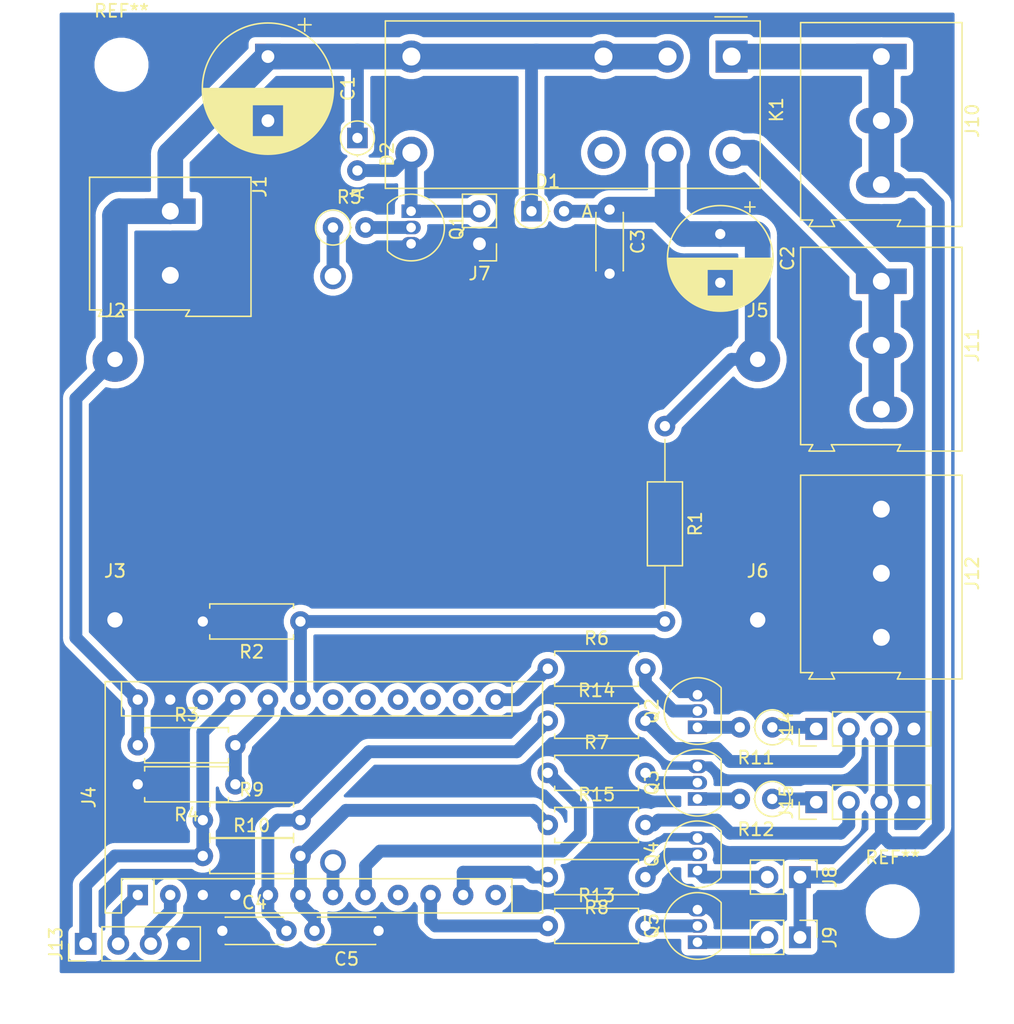
<source format=kicad_pcb>
(kicad_pcb (version 20171130) (host pcbnew "(5.1.2)-1")
  (layers (0 F.Cu signal) (31 B.Cu signal) (34 B.Paste user) (35 F.Paste user) (36 B.SilkS user) (37 F.SilkS user) (38 B.Mask user) (39 F.Mask user) (44 Edge.Cuts user))
  (net 0 "")
  (net 1 "Net-(K1-Pad6)")
  (net 2 +12V)
  (net 3 VCC)
  (net 4 +5V)
  (net 5 GND)
  (net 6 "Net-(Q1-Pad2)")
  (net 7 VDD)
  (net 8 Spg_ok)
  (net 9 Fan_RPM_A)
  (net 10 Fan_RPM_B)
  (net 11 "Net-(D2-Pad2)")
  (net 12 TXD)
  (net 13 RXD)
  (net 14 Fan_Cntrl_B)
  (net 15 "Net-(J4-Pad16)")
  (net 16 "Net-(J4-Pad14)")
  (net 17 "Net-(J4-Pad15)")
  (net 18 12v_ref)
  (net 19 Fan_Cntrl_A)
  (net 20 5v_ref)
  (net 21 "Net-(J4-Pad6)")
  (net 22 AUX1)
  (net 23 AUX2)
  (net 24 "Net-(J4-Pad9)")
  (net 25 "Net-(J4-PadRST)")
  (net 26 "Net-(J8-Pad2)")
  (net 27 "Net-(J9-Pad2)")
  (net 28 "Net-(J14-Pad1)")
  (net 29 "Net-(J15-Pad1)")
  (net 30 "Net-(Q2-Pad1)")
  (net 31 "Net-(Q2-Pad2)")
  (net 32 "Net-(Q3-Pad2)")
  (net 33 "Net-(Q3-Pad1)")
  (net 34 "Net-(Q4-Pad2)")
  (net 35 "Net-(Q5-Pad2)")
  (net 36 +5VD)
  (net 37 "Net-(J4-PadA0)")
  (net 38 "Net-(J4-PadA1)")
  (net 39 "Net-(J14-Pad2)")
  (net 40 "Net-(J15-Pad2)")
  (module Connector_PinHeader_2.54mm:PinHeader_1x04_P2.54mm_Vertical (layer F.Cu) (at 17.907 86.614 90)
    (fp_text reference J13 (at 0 -2.33 90) (layer F.SilkS))
    (fp_text value Conn_01x04)
    (pad 4 thru_hole oval (at 0 7.62 90) (size 1.7 1.7) (drill 1) (layers *.Cu *.Mask) (net 5 GND))
    (pad 3 thru_hole oval (at 0 5.08 90) (size 1.7 1.7) (drill 1) (layers *.Cu *.Mask) (net 13 RXD))
    (pad 2 thru_hole oval (at 0 2.54 90) (size 1.7 1.7) (drill 1) (layers *.Cu *.Mask) (net 12 TXD))
    (pad 1 thru_hole rect (at 0 0 90) (size 1.7 1.7) (drill 1) (layers *.Cu *.Mask) (net 36 +5VD))
  )
  (module MountingHole:MountingHole_3.2mm_M3 (layer F.Cu) (at 80.899 84.074)
    (fp_text reference REF** (at 0 -4.2) (layer F.SilkS))
    (fp_text value MountingHole_3.2mm_M3)
    (pad 1 np_thru_hole circle (at 0 0) (size 3.2 3.2) (drill 3.2) (layers *.Cu *.Mask))
  )
  (module MountingHole:MountingHole_3.2mm_M3 (layer F.Cu) (at 20.701 18.034)
    (fp_text reference REF** (at 0 -4.2) (layer F.SilkS))
    (fp_text value MountingHole_3.2mm_M3)
    (pad 1 np_thru_hole circle (at 0 0) (size 3.2 3.2) (drill 3.2) (layers *.Cu *.Mask))
  )
  (module Resistor_THT:R_Axial_DIN0207_L6.3mm_D2.5mm_P7.62mm_Horizontal (layer F.Cu) (at 53.975 77.343)
    (fp_text reference R15 (at 3.81 -2.37) (layer F.SilkS))
    (fp_text value 0)
    (pad 2 thru_hole oval (at 7.62 0) (size 1.6 1.6) (drill 0.8) (layers *.Cu *.Mask) (net 40 "Net-(J15-Pad2)"))
    (pad 1 thru_hole circle (at 0 0) (size 1.6 1.6) (drill 0.8) (layers *.Cu *.Mask) (net 10 Fan_RPM_B))
  )
  (module Resistor_THT:R_Axial_DIN0207_L6.3mm_D2.5mm_P7.62mm_Horizontal (layer F.Cu) (at 53.975 69.215)
    (fp_text reference R14 (at 3.81 -2.37) (layer F.SilkS))
    (fp_text value 0)
    (pad 2 thru_hole oval (at 7.62 0) (size 1.6 1.6) (drill 0.8) (layers *.Cu *.Mask) (net 39 "Net-(J14-Pad2)"))
    (pad 1 thru_hole circle (at 0 0) (size 1.6 1.6) (drill 0.8) (layers *.Cu *.Mask) (net 9 Fan_RPM_A))
  )
  (module Resistor_THT:R_Axial_DIN0207_L6.3mm_D2.5mm_P7.62mm_Horizontal (layer F.Cu) (at 53.975 73.279)
    (fp_text reference R7 (at 3.81 -2.37) (layer F.SilkS))
    (fp_text value 1k)
    (pad 2 thru_hole oval (at 7.62 0) (size 1.6 1.6) (drill 0.8) (layers *.Cu *.Mask) (net 32 "Net-(Q3-Pad2)"))
    (pad 1 thru_hole circle (at 0 0) (size 1.6 1.6) (drill 0.8) (layers *.Cu *.Mask) (net 14 Fan_Cntrl_B))
  )
  (module Resistor_THT:R_Axial_DIN0207_L6.3mm_D2.5mm_P2.54mm_Vertical (layer F.Cu) (at 71.501 75.311 180)
    (fp_text reference R12 (at 1.27 -2.37) (layer F.SilkS))
    (fp_text value 100)
    (pad 2 thru_hole oval (at 2.54 0 180) (size 1.6 1.6) (drill 0.8) (layers *.Cu *.Mask) (net 33 "Net-(Q3-Pad1)"))
    (pad 1 thru_hole circle (at 0 0 180) (size 1.6 1.6) (drill 0.8) (layers *.Cu *.Mask) (net 29 "Net-(J15-Pad1)"))
  )
  (module Package_TO_SOT_THT:TO-92_Inline (layer F.Cu) (at 65.659 80.899 90)
    (fp_text reference Q4 (at 1.27 -3.56 90) (layer F.SilkS))
    (fp_text value BC337)
    (pad 1 thru_hole rect (at 0 0 90) (size 1.05 1.5) (drill 0.75) (layers *.Cu *.Mask) (net 26 "Net-(J8-Pad2)"))
    (pad 3 thru_hole oval (at 2.54 0 90) (size 1.05 1.5) (drill 0.75) (layers *.Cu *.Mask) (net 5 GND))
    (pad 2 thru_hole oval (at 1.27 0 90) (size 1.05 1.5) (drill 0.75) (layers *.Cu *.Mask) (net 34 "Net-(Q4-Pad2)"))
  )
  (module Resistor_THT:R_Axial_DIN0207_L6.3mm_D2.5mm_P7.62mm_Horizontal (layer F.Cu) (at 27.051 79.756)
    (fp_text reference R10 (at 3.81 -2.37) (layer F.SilkS))
    (fp_text value 100)
    (pad 2 thru_hole oval (at 7.62 0) (size 1.6 1.6) (drill 0.8) (layers *.Cu *.Mask) (net 10 Fan_RPM_B))
    (pad 1 thru_hole circle (at 0 0) (size 1.6 1.6) (drill 0.8) (layers *.Cu *.Mask) (net 36 +5VD))
  )
  (module Resistor_THT:R_Axial_DIN0207_L6.3mm_D2.5mm_P7.62mm_Horizontal (layer F.Cu) (at 27.051 76.962)
    (fp_text reference R9 (at 3.81 -2.37) (layer F.SilkS))
    (fp_text value 100)
    (pad 2 thru_hole oval (at 7.62 0) (size 1.6 1.6) (drill 0.8) (layers *.Cu *.Mask) (net 9 Fan_RPM_A))
    (pad 1 thru_hole circle (at 0 0) (size 1.6 1.6) (drill 0.8) (layers *.Cu *.Mask) (net 36 +5VD))
  )
  (module Diode_THT:D_DO-35_SOD27_P2.54mm_Vertical_AnodeUp (layer F.Cu) (at 52.705 29.464)
    (fp_text reference D1 (at 1.27 -2.326371) (layer F.SilkS))
    (fp_text value 1N4007)
    (fp_text user A (at 4.34 0) (layer F.SilkS))
    (pad 2 thru_hole oval (at 2.54 0) (size 1.6 1.6) (drill 0.8) (layers *.Cu *.Mask) (net 7 VDD))
    (pad 1 thru_hole rect (at 0 0) (size 1.6 1.6) (drill 0.8) (layers *.Cu *.Mask) (net 3 VCC))
  )
  (module Resistor_THT:R_Axial_DIN0207_L6.3mm_D2.5mm_P15.24mm_Horizontal (layer F.Cu) (at 63.119 46.228 270)
    (fp_text reference R1 (at 7.62 -2.37 90) (layer F.SilkS))
    (fp_text value 22k)
    (pad 2 thru_hole oval (at 15.24 0 270) (size 1.6 1.6) (drill 0.8) (layers *.Cu *.Mask) (net 20 5v_ref))
    (pad 1 thru_hole circle (at 0 0 270) (size 1.6 1.6) (drill 0.8) (layers *.Cu *.Mask) (net 7 VDD))
  )
  (module Resistor_THT:R_Axial_DIN0207_L6.3mm_D2.5mm_P7.62mm_Horizontal (layer F.Cu) (at 34.671 61.468 180)
    (fp_text reference R2 (at 3.81 -2.37) (layer F.SilkS))
    (fp_text value 22k)
    (pad 2 thru_hole oval (at 7.62 0 180) (size 1.6 1.6) (drill 0.8) (layers *.Cu *.Mask) (net 5 GND))
    (pad 1 thru_hole circle (at 0 0 180) (size 1.6 1.6) (drill 0.8) (layers *.Cu *.Mask) (net 20 5v_ref))
  )
  (module Resistor_THT:R_Axial_DIN0207_L6.3mm_D2.5mm_P7.62mm_Horizontal (layer F.Cu) (at 29.591 74.168 180)
    (fp_text reference R4 (at 3.81 -2.37) (layer F.SilkS))
    (fp_text value 27k)
    (pad 2 thru_hole oval (at 7.62 0 180) (size 1.6 1.6) (drill 0.8) (layers *.Cu *.Mask) (net 5 GND))
    (pad 1 thru_hole circle (at 0 0 180) (size 1.6 1.6) (drill 0.8) (layers *.Cu *.Mask) (net 18 12v_ref))
  )
  (module Resistor_THT:R_Axial_DIN0207_L6.3mm_D2.5mm_P7.62mm_Horizontal (layer F.Cu) (at 21.971 71.12)
    (fp_text reference R3 (at 3.81 -2.37) (layer F.SilkS))
    (fp_text value 100k)
    (pad 2 thru_hole oval (at 7.62 0) (size 1.6 1.6) (drill 0.8) (layers *.Cu *.Mask) (net 18 12v_ref))
    (pad 1 thru_hole circle (at 0 0) (size 1.6 1.6) (drill 0.8) (layers *.Cu *.Mask) (net 3 VCC))
  )
  (module Resistor_THT:R_Axial_DIN0207_L6.3mm_D2.5mm_P7.62mm_Horizontal (layer F.Cu) (at 53.975 85.217)
    (fp_text reference R13 (at 3.81 -2.37) (layer F.SilkS))
    (fp_text value 1k)
    (pad 2 thru_hole oval (at 7.62 0) (size 1.6 1.6) (drill 0.8) (layers *.Cu *.Mask) (net 35 "Net-(Q5-Pad2)"))
    (pad 1 thru_hole circle (at 0 0) (size 1.6 1.6) (drill 0.8) (layers *.Cu *.Mask) (net 23 AUX2))
  )
  (module Resistor_THT:R_Axial_DIN0207_L6.3mm_D2.5mm_P7.62mm_Horizontal (layer F.Cu) (at 61.595 81.407 180)
    (fp_text reference R8 (at 3.81 -2.37) (layer F.SilkS))
    (fp_text value 1k)
    (pad 2 thru_hole oval (at 7.62 0 180) (size 1.6 1.6) (drill 0.8) (layers *.Cu *.Mask) (net 22 AUX1))
    (pad 1 thru_hole circle (at 0 0 180) (size 1.6 1.6) (drill 0.8) (layers *.Cu *.Mask) (net 34 "Net-(Q4-Pad2)"))
  )
  (module Resistor_THT:R_Axial_DIN0207_L6.3mm_D2.5mm_P7.62mm_Horizontal (layer F.Cu) (at 53.975 65.151)
    (fp_text reference R6 (at 3.81 -2.37) (layer F.SilkS))
    (fp_text value 1k)
    (pad 2 thru_hole oval (at 7.62 0) (size 1.6 1.6) (drill 0.8) (layers *.Cu *.Mask) (net 31 "Net-(Q2-Pad2)"))
    (pad 1 thru_hole circle (at 0 0) (size 1.6 1.6) (drill 0.8) (layers *.Cu *.Mask) (net 19 Fan_Cntrl_A))
  )
  (module TerminalBlock:TerminalBlock_Altech_AK300-2_P5.00mm (layer F.Cu) (at 24.511 29.464 270)
    (fp_text reference J1 (at -1.92 -6.99 90) (layer F.SilkS))
    (fp_text value VIN)
    (pad 1 thru_hole rect (at 0 0 270) (size 1.98 3.96) (drill 1.32) (layers *.Cu *.Mask) (net 3 VCC))
    (pad 2 thru_hole oval (at 5 0 270) (size 1.98 3.96) (drill 1.32) (layers *.Cu *.Mask) (net 5 GND))
  )
  (module Capacitor_THT:CP_Radial_D8.0mm_P3.80mm (layer F.Cu) (at 67.437 31.242 270)
    (fp_text reference C2 (at 1.9 -5.25 90) (layer F.SilkS))
    (fp_text value 220µ)
    (pad 2 thru_hole circle (at 3.8 0 270) (size 1.6 1.6) (drill 0.8) (layers *.Cu *.Mask) (net 5 GND))
    (pad 1 thru_hole rect (at 0 0 270) (size 1.6 1.6) (drill 0.8) (layers *.Cu *.Mask) (net 7 VDD))
  )
  (module Connector_Wire:SolderWirePad_1x01_Drill1.2mm (layer F.Cu) (at 70.358 41.021)
    (fp_text reference J5 (at 0 -3.81) (layer F.SilkS))
    (fp_text value OUT+)
    (pad 1 thru_hole circle (at 0 0) (size 3.50012 3.50012) (drill 1.19888) (layers *.Cu *.Mask) (net 7 VDD))
  )
  (module Capacitor_THT:C_Disc_D4.3mm_W1.9mm_P5.00mm (layer F.Cu) (at 40.767 85.598 180)
    (fp_text reference C5 (at 2.5 -2.2) (layer F.SilkS))
    (fp_text value 1n)
    (pad 2 thru_hole circle (at 5 0 180) (size 1.6 1.6) (drill 0.8) (layers *.Cu *.Mask) (net 10 Fan_RPM_B))
    (pad 1 thru_hole circle (at 0 0 180) (size 1.6 1.6) (drill 0.8) (layers *.Cu *.Mask) (net 5 GND))
  )
  (module Connector_PinHeader_2.54mm:PinHeader_1x02_P2.54mm_Vertical (layer F.Cu) (at 73.66 81.407 270)
    (fp_text reference J8 (at 0 -2.33 90) (layer F.SilkS))
    (fp_text value Conn_01x02_Male)
    (pad 2 thru_hole oval (at 0 2.54 270) (size 1.7 1.7) (drill 1) (layers *.Cu *.Mask) (net 26 "Net-(J8-Pad2)"))
    (pad 1 thru_hole rect (at 0 0 270) (size 1.7 1.7) (drill 1) (layers *.Cu *.Mask) (net 2 +12V))
  )
  (module Connector_Wire:SolderWirePad_1x01_Drill1.2mm (layer F.Cu) (at 20.193 41.021)
    (fp_text reference J2 (at 0 -3.81) (layer F.SilkS))
    (fp_text value IN+)
    (pad 1 thru_hole circle (at 0 0) (size 3.50012 3.50012) (drill 1.19888) (layers *.Cu *.Mask) (net 3 VCC))
  )
  (module Capacitor_THT:CP_Radial_D10.0mm_P5.00mm (layer F.Cu) (at 32.131 17.399 270)
    (fp_text reference C1 (at 2.5 -6.25 90) (layer F.SilkS))
    (fp_text value 470µ)
    (pad 1 thru_hole rect (at 0 0 270) (size 2 2) (drill 1) (layers *.Cu *.Mask) (net 3 VCC))
    (pad 2 thru_hole circle (at 5 0 270) (size 2 2) (drill 1) (layers *.Cu *.Mask) (net 5 GND))
  )
  (module Diode_THT:D_DO-35_SOD27_P2.54mm_Vertical_AnodeUp (layer F.Cu) (at 39.116 23.749 270)
    (fp_text reference D2 (at 1.27 -2.326371 90) (layer F.SilkS))
    (fp_text value 1N4148)
    (fp_text user A (at 4.34 0 90) (layer F.SilkS))
    (pad 1 thru_hole rect (at 0 0 270) (size 1.6 1.6) (drill 0.8) (layers *.Cu *.Mask) (net 3 VCC))
    (pad 2 thru_hole oval (at 2.54 0 270) (size 1.6 1.6) (drill 0.8) (layers *.Cu *.Mask) (net 11 "Net-(D2-Pad2)"))
  )
  (module Connector_Wire:SolderWirePad_1x01_Drill1.2mm (layer F.Cu) (at 20.193 61.341)
    (fp_text reference J3 (at 0 -3.81) (layer F.SilkS))
    (fp_text value IN-)
    (pad 1 thru_hole circle (at 0 0) (size 3.50012 3.50012) (drill 1.19888) (layers *.Cu *.Mask) (net 5 GND))
  )
  (module Capacitor_THT:C_Disc_D4.3mm_W1.9mm_P5.00mm (layer F.Cu) (at 58.801 29.337 270)
    (fp_text reference C3 (at 2.5 -2.2 90) (layer F.SilkS))
    (fp_text value 100n)
    (pad 2 thru_hole circle (at 5 0 270) (size 1.6 1.6) (drill 0.8) (layers *.Cu *.Mask) (net 5 GND))
    (pad 1 thru_hole circle (at 0 0 270) (size 1.6 1.6) (drill 0.8) (layers *.Cu *.Mask) (net 7 VDD))
  )
  (module Module:Arduino_Pro_Micro (layer F.Cu) (at 21.971 82.804 90)
    (fp_text reference J4 (at 7.62 -3.81 90) (layer F.SilkS))
    (fp_text value Arduino_Micro)
    (pad TxD thru_hole rect (at 0 0 90) (size 1.6 1.6) (drill 0.8) (layers *.Cu *.Mask) (net 12 TXD))
    (pad RxI thru_hole oval (at 0 2.54 90) (size 1.6 1.6) (drill 0.8) (layers *.Cu *.Mask) (net 13 RXD))
    (pad GND thru_hole oval (at 0 5.08 90) (size 1.6 1.6) (drill 0.8) (layers *.Cu *.Mask) (net 5 GND))
    (pad 10 thru_hole oval (at 15.24 27.94 90) (size 1.6 1.6) (drill 0.8) (layers *.Cu *.Mask) (net 19 Fan_Cntrl_A))
    (pad GND thru_hole oval (at 0 7.62 90) (size 1.6 1.6) (drill 0.8) (layers *.Cu *.Mask) (net 5 GND))
    (pad 16 thru_hole oval (at 15.24 25.4 90) (size 1.6 1.6) (drill 0.8) (layers *.Cu *.Mask) (net 15 "Net-(J4-Pad16)"))
    (pad 2 thru_hole oval (at 0 10.16 90) (size 1.6 1.6) (drill 0.8) (layers *.Cu *.Mask) (net 9 Fan_RPM_A))
    (pad 14 thru_hole oval (at 15.24 22.86 90) (size 1.6 1.6) (drill 0.8) (layers *.Cu *.Mask) (net 16 "Net-(J4-Pad14)"))
    (pad 3 thru_hole oval (at 0 12.7 90) (size 1.6 1.6) (drill 0.8) (layers *.Cu *.Mask) (net 10 Fan_RPM_B))
    (pad 15 thru_hole oval (at 15.24 20.32 90) (size 1.6 1.6) (drill 0.8) (layers *.Cu *.Mask) (net 17 "Net-(J4-Pad15)"))
    (pad 4 thru_hole oval (at 0 15.24 90) (size 1.6 1.6) (drill 0.8) (layers *.Cu *.Mask) (net 8 Spg_ok))
    (pad A0 thru_hole oval (at 15.24 17.78 90) (size 1.6 1.6) (drill 0.8) (layers *.Cu *.Mask) (net 37 "Net-(J4-PadA0)"))
    (pad 5 thru_hole oval (at 0 17.78 90) (size 1.6 1.6) (drill 0.8) (layers *.Cu *.Mask) (net 14 Fan_Cntrl_B))
    (pad A1 thru_hole oval (at 15.24 15.24 90) (size 1.6 1.6) (drill 0.8) (layers *.Cu *.Mask) (net 38 "Net-(J4-PadA1)"))
    (pad 6 thru_hole oval (at 0 20.32 90) (size 1.6 1.6) (drill 0.8) (layers *.Cu *.Mask) (net 21 "Net-(J4-Pad6)"))
    (pad A2 thru_hole oval (at 15.24 12.7 90) (size 1.6 1.6) (drill 0.8) (layers *.Cu *.Mask) (net 20 5v_ref))
    (pad 7 thru_hole oval (at 0 22.86 90) (size 1.6 1.6) (drill 0.8) (layers *.Cu *.Mask) (net 23 AUX2))
    (pad A3 thru_hole oval (at 15.24 10.16 90) (size 1.6 1.6) (drill 0.8) (layers *.Cu *.Mask) (net 18 12v_ref))
    (pad 8 thru_hole oval (at 0 25.4 90) (size 1.6 1.6) (drill 0.8) (layers *.Cu *.Mask) (net 22 AUX1))
    (pad VCC thru_hole oval (at 15.24 7.62 90) (size 1.6 1.6) (drill 0.8) (layers *.Cu *.Mask) (net 36 +5VD))
    (pad 9 thru_hole oval (at 0 27.94 90) (size 1.6 1.6) (drill 0.8) (layers *.Cu *.Mask) (net 24 "Net-(J4-Pad9)"))
    (pad RST thru_hole oval (at 15.24 5.08 90) (size 1.6 1.6) (drill 0.8) (layers *.Cu *.Mask) (net 25 "Net-(J4-PadRST)"))
    (pad GND thru_hole oval (at 15.24 2.54 90) (size 1.6 1.6) (drill 0.8) (layers *.Cu *.Mask) (net 5 GND))
    (pad RAW thru_hole oval (at 15.24 0 90) (size 1.6 1.6) (drill 0.8) (layers *.Cu *.Mask) (net 3 VCC))
  )
  (module Connector_PinHeader_2.54mm:PinHeader_1x02_P2.54mm_Vertical (layer F.Cu) (at 73.66 86.106 270)
    (fp_text reference J9 (at 0 -2.33 90) (layer F.SilkS))
    (fp_text value Conn_01x02_Male)
    (pad 1 thru_hole rect (at 0 0 270) (size 1.7 1.7) (drill 1) (layers *.Cu *.Mask) (net 2 +12V))
    (pad 2 thru_hole oval (at 0 2.54 270) (size 1.7 1.7) (drill 1) (layers *.Cu *.Mask) (net 27 "Net-(J9-Pad2)"))
  )
  (module Capacitor_THT:C_Disc_D4.3mm_W1.9mm_P5.00mm (layer F.Cu) (at 28.575 85.598)
    (fp_text reference C4 (at 2.5 -2.2) (layer F.SilkS))
    (fp_text value 1n)
    (pad 1 thru_hole circle (at 0 0) (size 1.6 1.6) (drill 0.8) (layers *.Cu *.Mask) (net 5 GND))
    (pad 2 thru_hole circle (at 5 0) (size 1.6 1.6) (drill 0.8) (layers *.Cu *.Mask) (net 9 Fan_RPM_A))
  )
  (module TerminalBlock:TerminalBlock_Altech_AK300-3_P5.00mm (layer F.Cu) (at 80.01 17.399 270)
    (fp_text reference J10 (at 5 -7.1 90) (layer F.SilkS))
    (fp_text value "12V out")
    (pad 1 thru_hole rect (at 0 0 270) (size 1.98 3.96) (drill 1.32) (layers *.Cu *.Mask) (net 2 +12V))
    (pad 2 thru_hole oval (at 5 0 270) (size 1.98 3.96) (drill 1.32) (layers *.Cu *.Mask) (net 2 +12V))
    (pad 3 thru_hole oval (at 10 0 270) (size 1.98 3.96) (drill 1.32) (layers *.Cu *.Mask) (net 2 +12V))
  )
  (module TerminalBlock:TerminalBlock_Altech_AK300-3_P5.00mm (layer F.Cu) (at 80.01 52.705 270)
    (fp_text reference J12 (at 5 -7.1 90) (layer F.SilkS))
    (fp_text value "GND out")
    (pad 1 thru_hole rect (at 0 0 270) (size 1.98 3.96) (drill 1.32) (layers *.Cu *.Mask) (net 5 GND))
    (pad 2 thru_hole oval (at 5 0 270) (size 1.98 3.96) (drill 1.32) (layers *.Cu *.Mask) (net 5 GND))
    (pad 3 thru_hole oval (at 10 0 270) (size 1.98 3.96) (drill 1.32) (layers *.Cu *.Mask) (net 5 GND))
  )
  (module TerminalBlock:TerminalBlock_Altech_AK300-3_P5.00mm (layer F.Cu) (at 80.01 34.925 270)
    (fp_text reference J11 (at 5 -7.1 90) (layer F.SilkS))
    (fp_text value "5V out")
    (pad 3 thru_hole oval (at 10 0 270) (size 1.98 3.96) (drill 1.32) (layers *.Cu *.Mask) (net 4 +5V))
    (pad 2 thru_hole oval (at 5 0 270) (size 1.98 3.96) (drill 1.32) (layers *.Cu *.Mask) (net 4 +5V))
    (pad 1 thru_hole rect (at 0 0 270) (size 1.98 3.96) (drill 1.32) (layers *.Cu *.Mask) (net 4 +5V))
  )
  (module Connector_Wire:SolderWirePad_1x01_Drill1.2mm (layer F.Cu) (at 70.358 61.341)
    (fp_text reference J6 (at 0 -3.81) (layer F.SilkS))
    (fp_text value OUT-)
    (pad 1 thru_hole circle (at 0 0) (size 3.50012 3.50012) (drill 1.19888) (layers *.Cu *.Mask) (net 5 GND))
  )
  (module Connector_PinHeader_2.54mm:PinHeader_1x02_P2.54mm_Vertical (layer F.Cu) (at 48.641 32.004 180)
    (fp_text reference J7 (at 0 -2.33) (layer F.SilkS))
    (fp_text value AOn)
    (pad 2 thru_hole oval (at 0 2.54 180) (size 1.7 1.7) (drill 1) (layers *.Cu *.Mask) (net 11 "Net-(D2-Pad2)"))
    (pad 1 thru_hole rect (at 0 0 180) (size 1.7 1.7) (drill 1) (layers *.Cu *.Mask) (net 5 GND))
  )
  (module Package_TO_SOT_THT:TO-92_Inline (layer F.Cu) (at 65.659 75.311 90)
    (fp_text reference Q3 (at 1.27 -3.56 90) (layer F.SilkS))
    (fp_text value BC546)
    (pad 2 thru_hole oval (at 1.27 0 90) (size 1.05 1.5) (drill 0.75) (layers *.Cu *.Mask) (net 32 "Net-(Q3-Pad2)"))
    (pad 3 thru_hole oval (at 2.54 0 90) (size 1.05 1.5) (drill 0.75) (layers *.Cu *.Mask) (net 5 GND))
    (pad 1 thru_hole rect (at 0 0 90) (size 1.05 1.5) (drill 0.75) (layers *.Cu *.Mask) (net 33 "Net-(Q3-Pad1)"))
  )
  (module Package_TO_SOT_THT:TO-92_Inline (layer F.Cu) (at 65.659 86.487 90)
    (fp_text reference Q5 (at 1.27 -3.56 90) (layer F.SilkS))
    (fp_text value BC337)
    (pad 2 thru_hole oval (at 1.27 0 90) (size 1.05 1.5) (drill 0.75) (layers *.Cu *.Mask) (net 35 "Net-(Q5-Pad2)"))
    (pad 3 thru_hole oval (at 2.54 0 90) (size 1.05 1.5) (drill 0.75) (layers *.Cu *.Mask) (net 5 GND))
    (pad 1 thru_hole rect (at 0 0 90) (size 1.05 1.5) (drill 0.75) (layers *.Cu *.Mask) (net 27 "Net-(J9-Pad2)"))
  )
  (module Connector_PinHeader_2.54mm:PinHeader_1x04_P2.54mm_Vertical (layer F.Cu) (at 74.93 69.85 90)
    (fp_text reference J14 (at 0 -2.33 90) (layer F.SilkS))
    (fp_text value Fan_A)
    (pad 1 thru_hole rect (at 0 0 90) (size 1.7 1.7) (drill 1) (layers *.Cu *.Mask) (net 28 "Net-(J14-Pad1)"))
    (pad 2 thru_hole oval (at 0 2.54 90) (size 1.7 1.7) (drill 1) (layers *.Cu *.Mask) (net 39 "Net-(J14-Pad2)"))
    (pad 3 thru_hole oval (at 0 5.08 90) (size 1.7 1.7) (drill 1) (layers *.Cu *.Mask) (net 2 +12V))
    (pad 4 thru_hole oval (at 0 7.62 90) (size 1.7 1.7) (drill 1) (layers *.Cu *.Mask) (net 5 GND))
  )
  (module Connector_PinHeader_2.54mm:PinHeader_1x04_P2.54mm_Vertical (layer F.Cu) (at 74.93 75.565 90)
    (fp_text reference J15 (at 0 -2.33 90) (layer F.SilkS))
    (fp_text value Fan_B)
    (pad 4 thru_hole oval (at 0 7.62 90) (size 1.7 1.7) (drill 1) (layers *.Cu *.Mask) (net 5 GND))
    (pad 3 thru_hole oval (at 0 5.08 90) (size 1.7 1.7) (drill 1) (layers *.Cu *.Mask) (net 2 +12V))
    (pad 2 thru_hole oval (at 0 2.54 90) (size 1.7 1.7) (drill 1) (layers *.Cu *.Mask) (net 40 "Net-(J15-Pad2)"))
    (pad 1 thru_hole rect (at 0 0 90) (size 1.7 1.7) (drill 1) (layers *.Cu *.Mask) (net 29 "Net-(J15-Pad1)"))
  )
  (module Package_TO_SOT_THT:TO-92_Inline (layer F.Cu) (at 43.307 29.464 270)
    (fp_text reference Q1 (at 1.27 -3.56 90) (layer F.SilkS))
    (fp_text value BC337)
    (pad 1 thru_hole rect (at 0 0 270) (size 1.05 1.5) (drill 0.75) (layers *.Cu *.Mask) (net 11 "Net-(D2-Pad2)"))
    (pad 3 thru_hole oval (at 2.54 0 270) (size 1.05 1.5) (drill 0.75) (layers *.Cu *.Mask) (net 5 GND))
    (pad 2 thru_hole oval (at 1.27 0 270) (size 1.05 1.5) (drill 0.75) (layers *.Cu *.Mask) (net 6 "Net-(Q1-Pad2)"))
  )
  (module Resistor_THT:R_Axial_DIN0207_L6.3mm_D2.5mm_P2.54mm_Vertical (layer F.Cu) (at 37.211 30.734)
    (fp_text reference R5 (at 1.27 -2.37) (layer F.SilkS))
    (fp_text value 1k)
    (pad 2 thru_hole oval (at 2.54 0) (size 1.6 1.6) (drill 0.8) (layers *.Cu *.Mask) (net 6 "Net-(Q1-Pad2)"))
    (pad 1 thru_hole circle (at 0 0) (size 1.6 1.6) (drill 0.8) (layers *.Cu *.Mask) (net 8 Spg_ok))
  )
  (module Resistor_THT:R_Axial_DIN0207_L6.3mm_D2.5mm_P2.54mm_Vertical (layer F.Cu) (at 71.501 69.723 180)
    (fp_text reference R11 (at 1.27 -2.37) (layer F.SilkS))
    (fp_text value 100)
    (pad 2 thru_hole oval (at 2.54 0 180) (size 1.6 1.6) (drill 0.8) (layers *.Cu *.Mask) (net 30 "Net-(Q2-Pad1)"))
    (pad 1 thru_hole circle (at 0 0 180) (size 1.6 1.6) (drill 0.8) (layers *.Cu *.Mask) (net 28 "Net-(J14-Pad1)"))
  )
  (module Relay_THT:Relay_DPDT_Fujitsu_FTR-F1C (layer F.Cu) (at 68.326 17.399 270)
    (fp_text reference K1 (at 4.15 -3.5 90) (layer F.SilkS))
    (fp_text value "FTR F1CL012R")
    (pad 1 thru_hole rect (at 0 0 180) (size 2.5 2.5) (drill 1.4) (layers *.Cu *.Mask) (net 2 +12V))
    (pad 2 thru_hole circle (at 0 5 180) (size 2.5 2.5) (drill 1.4) (layers *.Cu *.Mask) (net 3 VCC))
    (pad 4 thru_hole circle (at 0 25 180) (size 2.5 2.5) (drill 1.4) (layers *.Cu *.Mask) (net 3 VCC))
    (pad 5 thru_hole circle (at 7.5 25 180) (size 2.5 2.5) (drill 1.4) (layers *.Cu *.Mask) (net 11 "Net-(D2-Pad2)"))
    (pad 7 thru_hole circle (at 7.5 5 180) (size 2.5 2.5) (drill 1.4) (layers *.Cu *.Mask) (net 7 VDD))
    (pad 8 thru_hole circle (at 7.5 0 180) (size 2.5 2.5) (drill 1.4) (layers *.Cu *.Mask) (net 4 +5V))
    (pad 3 thru_hole circle (at 0 10 180) (size 2.5 2.5) (drill 1.4) (layers *.Cu *.Mask) (net 3 VCC))
    (pad 6 thru_hole circle (at 7.5 10 180) (size 2.5 2.5) (drill 1.4) (layers *.Cu *.Mask) (net 1 "Net-(K1-Pad6)"))
  )
  (module Package_TO_SOT_THT:TO-92_Inline (layer F.Cu) (at 65.659 69.723 90)
    (fp_text reference Q2 (at 1.27 -3.56 90) (layer F.SilkS))
    (fp_text value BC546)
    (pad 1 thru_hole rect (at 0 0 90) (size 1.05 1.5) (drill 0.75) (layers *.Cu *.Mask) (net 30 "Net-(Q2-Pad1)"))
    (pad 3 thru_hole oval (at 2.54 0 90) (size 1.05 1.5) (drill 0.75) (layers *.Cu *.Mask) (net 5 GND))
    (pad 2 thru_hole oval (at 1.27 0 90) (size 1.05 1.5) (drill 0.75) (layers *.Cu *.Mask) (net 31 "Net-(Q2-Pad2)"))
  )
  (segment (start 68.326 17.399) (end 80.01 17.399) (width 2) (layer B.Cu) (net 2))
  (segment (start 80.01 17.399) (end 80.01 27.399) (width 2) (layer B.Cu) (net 2))
  (segment (start 84.455 28.864) (end 84.455 77.47) (width 1) (layer B.Cu) (net 2))
  (segment (start 82.99 27.399) (end 84.455 28.864) (width 1) (layer B.Cu) (net 2))
  (segment (start 80.01 27.399) (end 82.99 27.399) (width 1) (layer B.Cu) (net 2))
  (segment (start 80.01 75.565) (end 80.01 78.105) (width 1) (layer B.Cu) (net 2))
  (segment (start 80.01 78.105) (end 80.645 78.74) (width 1) (layer B.Cu) (net 2))
  (segment (start 83.185 78.74) (end 84.455 77.47) (width 1) (layer B.Cu) (net 2))
  (segment (start 80.645 78.74) (end 83.185 78.74) (width 1) (layer B.Cu) (net 2))
  (segment (start 76.708 81.407) (end 80.01 78.105) (width 1) (layer B.Cu) (net 2))
  (segment (start 76.073 81.407) (end 76.708 81.407) (width 1) (layer B.Cu) (net 2))
  (segment (start 73.66 81.407) (end 74.422 81.407) (width 0.5) (layer B.Cu) (net 2))
  (segment (start 73.66 81.407) (end 73.66 86.106) (width 1) (layer B.Cu) (net 2))
  (segment (start 73.66 81.407) (end 75.438 81.407) (width 1) (layer B.Cu) (net 2))
  (segment (start 76.073 81.407) (end 75.438 81.407) (width 1) (layer B.Cu) (net 2))
  (segment (start 75.438 81.407) (end 74.422 81.407) (width 1) (layer B.Cu) (net 2))
  (segment (start 80.01 69.85) (end 80.01 75.565) (width 1) (layer B.Cu) (net 2))
  (segment (start 24.511 25.019) (end 32.131 17.399) (width 2) (layer B.Cu) (net 3))
  (segment (start 24.511 29.464) (end 24.511 25.019) (width 2) (layer B.Cu) (net 3))
  (segment (start 58.326 17.399) (end 63.326 17.399) (width 2) (layer B.Cu) (net 3))
  (segment (start 20.531 29.464) (end 24.511 29.464) (width 2) (layer B.Cu) (net 3))
  (segment (start 20.193 29.802) (end 20.531 29.464) (width 2) (layer B.Cu) (net 3))
  (segment (start 20.193 41.021) (end 20.193 29.802) (width 2) (layer B.Cu) (net 3))
  (segment (start 32.131 17.399) (end 39.116 17.399) (width 2) (layer B.Cu) (net 3))
  (segment (start 39.116 17.399) (end 43.326 17.399) (width 2) (layer B.Cu) (net 3))
  (segment (start 43.326 17.399) (end 53.086 17.399) (width 2) (layer B.Cu) (net 3))
  (segment (start 53.086 17.399) (end 58.326 17.399) (width 2) (layer B.Cu) (net 3))
  (segment (start 39.116 23.749) (end 39.116 17.399) (width 1) (layer B.Cu) (net 3))
  (segment (start 52.705 17.78) (end 53.086 17.399) (width 1) (layer B.Cu) (net 3))
  (segment (start 52.705 29.464) (end 52.705 17.78) (width 1) (layer B.Cu) (net 3))
  (segment (start 21.971 67.564) (end 21.971 71.12) (width 1) (layer B.Cu) (net 3))
  (segment (start 18.442941 42.771059) (end 20.193 41.021) (width 1) (layer B.Cu) (net 3))
  (segment (start 17.145 44.069) (end 18.442941 42.771059) (width 1) (layer B.Cu) (net 3))
  (segment (start 17.145 62.738) (end 17.145 44.069) (width 1) (layer B.Cu) (net 3))
  (segment (start 21.971 67.564) (end 17.145 62.738) (width 1) (layer B.Cu) (net 3))
  (segment (start 80.01 34.925) (end 80.01 44.925) (width 2) (layer B.Cu) (net 4))
  (segment (start 69.984 24.899) (end 80.01 34.925) (width 2) (layer B.Cu) (net 4))
  (segment (start 68.326 24.899) (end 69.984 24.899) (width 2) (layer B.Cu) (net 4))
  (segment (start 80.01 52.705) (end 80.01 62.705) (width 2) (layer B.Cu) (net 5))
  (segment (start 24.511 34.464) (end 24.511 36.576) (width 2) (layer B.Cu) (net 5))
  (segment (start 32.131 23.876) (end 32.131 22.399) (width 2) (layer B.Cu) (net 5))
  (segment (start 21.943059 59.590941) (end 22.125941 59.590941) (width 2) (layer B.Cu) (net 5))
  (segment (start 21.943059 59.590941) (end 20.193 61.341) (width 2) (layer B.Cu) (net 5))
  (segment (start 69.215 60.198) (end 70.358 61.341) (width 2) (layer B.Cu) (net 5))
  (segment (start 69.215 59.69) (end 69.215 60.198) (width 2) (layer B.Cu) (net 5))
  (segment (start 39.751 30.734) (end 43.307 30.734) (width 1) (layer B.Cu) (net 6))
  (segment (start 70.237 31.242) (end 67.437 31.242) (width 2) (layer B.Cu) (net 7))
  (segment (start 70.358 31.363) (end 70.237 31.242) (width 2) (layer B.Cu) (net 7))
  (segment (start 70.358 41.021) (end 70.358 31.363) (width 2) (layer B.Cu) (net 7))
  (segment (start 63.326 29.931) (end 63.326 24.899) (width 2) (layer B.Cu) (net 7))
  (segment (start 67.437 31.242) (end 64.637 31.242) (width 2) (layer B.Cu) (net 7))
  (segment (start 64.637 31.242) (end 63.326 29.931) (width 2) (layer B.Cu) (net 7))
  (segment (start 62.732 29.337) (end 63.326 29.931) (width 2) (layer B.Cu) (net 7))
  (segment (start 58.801 29.337) (end 62.732 29.337) (width 2) (layer B.Cu) (net 7))
  (segment (start 58.674 29.464) (end 58.801 29.337) (width 1) (layer B.Cu) (net 7))
  (segment (start 55.245 29.464) (end 58.674 29.464) (width 1) (layer B.Cu) (net 7))
  (segment (start 68.326 41.021) (end 63.119 46.228) (width 1) (layer B.Cu) (net 7))
  (segment (start 70.358 41.021) (end 68.326 41.021) (width 1) (layer B.Cu) (net 7))
  (via (at 37.211 34.544) (size 2) (drill 1.3) (layers F.Cu B.Cu) (net 8))
  (via (at 37.211 80.264) (size 2) (drill 1.3) (layers F.Cu B.Cu) (net 8))
  (segment (start 37.211 30.734) (end 37.211 34.544) (width 1) (layer B.Cu) (net 8))
  (segment (start 37.211 82.804) (end 37.211 80.264) (width 1) (layer B.Cu) (net 8))
  (segment (start 32.131 84.154) (end 33.575 85.598) (width 1) (layer B.Cu) (net 9))
  (segment (start 32.131 82.804) (end 32.131 84.154) (width 1) (layer B.Cu) (net 9))
  (segment (start 32.131 82.804) (end 32.131 77.724) (width 1) (layer B.Cu) (net 9))
  (segment (start 32.131 77.724) (end 32.893 76.962) (width 1) (layer B.Cu) (net 9))
  (segment (start 32.893 76.962) (end 34.671 76.962) (width 1) (layer B.Cu) (net 9))
  (segment (start 51.562 71.628) (end 53.975 69.215) (width 1) (layer B.Cu) (net 9))
  (segment (start 34.671 76.962) (end 40.005 71.628) (width 1) (layer B.Cu) (net 9))
  (segment (start 40.005 71.628) (end 51.562 71.628) (width 1) (layer B.Cu) (net 9))
  (segment (start 34.591 82.884) (end 34.671 82.804) (width 0.5) (layer B.Cu) (net 10))
  (segment (start 34.671 79.756) (end 34.671 82.804) (width 1) (layer B.Cu) (net 10))
  (segment (start 52.832 76.2) (end 53.975 77.343) (width 1) (layer B.Cu) (net 10))
  (segment (start 34.671 79.756) (end 38.227 76.2) (width 1) (layer B.Cu) (net 10))
  (segment (start 38.227 76.2) (end 52.832 76.2) (width 1) (layer B.Cu) (net 10))
  (segment (start 35.767 84.46663) (end 35.767 85.598) (width 1) (layer B.Cu) (net 10))
  (segment (start 35.75537 84.455) (end 35.767 84.46663) (width 1) (layer B.Cu) (net 10))
  (segment (start 35.56 84.455) (end 35.75537 84.455) (width 1) (layer B.Cu) (net 10))
  (segment (start 34.671 83.566) (end 35.56 84.455) (width 1) (layer B.Cu) (net 10))
  (segment (start 34.671 82.804) (end 34.671 83.566) (width 1) (layer B.Cu) (net 10))
  (segment (start 41.936 26.289) (end 43.326 24.899) (width 1) (layer B.Cu) (net 11))
  (segment (start 39.116 26.289) (end 41.936 26.289) (width 1) (layer B.Cu) (net 11))
  (segment (start 43.307 24.918) (end 43.326 24.899) (width 1) (layer B.Cu) (net 11))
  (segment (start 43.307 29.464) (end 43.307 24.918) (width 1) (layer B.Cu) (net 11))
  (segment (start 43.307 29.464) (end 48.641 29.464) (width 1) (layer B.Cu) (net 11))
  (segment (start 20.447 84.328) (end 21.971 82.804) (width 1) (layer B.Cu) (net 12))
  (segment (start 20.447 86.614) (end 20.447 84.328) (width 1) (layer B.Cu) (net 12))
  (segment (start 22.987 85.598) (end 24.511 84.074) (width 1) (layer B.Cu) (net 13))
  (segment (start 22.987 85.598) (end 22.987 86.614) (width 1) (layer B.Cu) (net 13))
  (segment (start 24.511 84.074) (end 24.511 82.804) (width 1) (layer B.Cu) (net 13))
  (segment (start 56.515 75.819) (end 53.975 73.279) (width 1) (layer B.Cu) (net 14))
  (segment (start 56.515 77.978) (end 56.515 75.819) (width 1) (layer B.Cu) (net 14))
  (segment (start 55.118 79.375) (end 56.515 77.978) (width 1) (layer B.Cu) (net 14))
  (segment (start 40.894 79.375) (end 55.118 79.375) (width 1) (layer B.Cu) (net 14))
  (segment (start 39.751 82.804) (end 39.751 80.518) (width 1) (layer B.Cu) (net 14))
  (segment (start 39.751 80.518) (end 40.894 79.375) (width 1) (layer B.Cu) (net 14))
  (segment (start 29.591 74.168) (end 29.591 71.12) (width 1) (layer B.Cu) (net 18))
  (segment (start 29.591 71.12) (end 32.131 68.58) (width 1) (layer B.Cu) (net 18))
  (segment (start 32.131 67.564) (end 32.131 68.58) (width 1) (layer B.Cu) (net 18))
  (segment (start 51.562 67.564) (end 53.975 65.151) (width 1) (layer B.Cu) (net 19))
  (segment (start 49.911 67.564) (end 51.562 67.564) (width 1) (layer B.Cu) (net 19))
  (segment (start 34.671 61.468) (end 63.119 61.468) (width 1) (layer B.Cu) (net 20))
  (segment (start 34.671 67.564) (end 34.671 61.468) (width 1) (layer B.Cu) (net 20))
  (segment (start 47.371 81.026) (end 47.371 82.804) (width 1) (layer B.Cu) (net 22))
  (segment (start 52.451 81.026) (end 47.371 81.026) (width 1) (layer B.Cu) (net 22))
  (segment (start 52.832 81.407) (end 53.975 81.407) (width 1) (layer B.Cu) (net 22))
  (segment (start 52.451 81.026) (end 52.832 81.407) (width 1) (layer B.Cu) (net 22))
  (segment (start 44.831 82.804) (end 44.831 84.836) (width 1) (layer B.Cu) (net 23))
  (segment (start 45.212 85.217) (end 53.975 85.217) (width 1) (layer B.Cu) (net 23))
  (segment (start 44.831 84.836) (end 45.212 85.217) (width 1) (layer B.Cu) (net 23))
  (segment (start 66.167 81.407) (end 65.659 80.899) (width 1) (layer B.Cu) (net 26))
  (segment (start 71.12 81.407) (end 66.167 81.407) (width 1) (layer B.Cu) (net 26))
  (segment (start 70.739 86.487) (end 71.12 86.106) (width 1) (layer B.Cu) (net 27))
  (segment (start 65.659 86.487) (end 70.739 86.487) (width 1) (layer B.Cu) (net 27))
  (segment (start 74.803 69.723) (end 74.93 69.85) (width 1) (layer B.Cu) (net 28))
  (segment (start 71.501 69.723) (end 74.803 69.723) (width 1) (layer B.Cu) (net 28))
  (segment (start 74.676 75.311) (end 74.93 75.565) (width 1) (layer B.Cu) (net 29))
  (segment (start 71.501 75.311) (end 74.676 75.311) (width 1) (layer B.Cu) (net 29))
  (segment (start 65.659 69.723) (end 68.961 69.723) (width 1) (layer B.Cu) (net 30))
  (segment (start 61.595 65.151) (end 61.595 66.28237) (width 1) (layer B.Cu) (net 31))
  (segment (start 61.595 66.28237) (end 63.76563 68.453) (width 1) (layer B.Cu) (net 31))
  (segment (start 63.76563 68.453) (end 65.659 68.453) (width 1) (layer B.Cu) (net 31))
  (segment (start 62.357 74.041) (end 65.659 74.041) (width 1) (layer B.Cu) (net 32))
  (segment (start 61.595 73.279) (end 62.357 74.041) (width 1) (layer B.Cu) (net 32))
  (segment (start 65.659 75.311) (end 68.961 75.311) (width 1) (layer B.Cu) (net 33))
  (segment (start 63.373 79.629) (end 65.659 79.629) (width 1) (layer B.Cu) (net 34))
  (segment (start 61.595 81.407) (end 63.373 79.629) (width 1) (layer B.Cu) (net 34))
  (segment (start 65.659 85.217) (end 61.595 85.217) (width 1) (layer B.Cu) (net 35))
  (segment (start 17.907 86.614) (end 17.907 82.042) (width 1) (layer B.Cu) (net 36))
  (segment (start 17.907 82.042) (end 20.193 79.756) (width 1) (layer B.Cu) (net 36))
  (segment (start 20.193 79.756) (end 27.051 79.756) (width 1) (layer B.Cu) (net 36))
  (segment (start 27.051 79.756) (end 27.051 76.962) (width 1) (layer B.Cu) (net 36))
  (segment (start 27.051 70.104) (end 29.591 67.564) (width 1) (layer B.Cu) (net 36))
  (segment (start 27.051 70.104) (end 27.051 76.962) (width 1) (layer B.Cu) (net 36))
  (segment (start 77.47 69.85) (end 77.47 71.755) (width 1) (layer B.Cu) (net 39))
  (segment (start 77.47 71.755) (end 76.835 72.39) (width 1) (layer B.Cu) (net 39))
  (segment (start 76.835 72.39) (end 68.199 72.39) (width 1) (layer B.Cu) (net 39))
  (segment (start 67.183 71.374) (end 67.945 72.136) (width 1) (layer B.Cu) (net 39))
  (segment (start 63.754 71.374) (end 67.183 71.374) (width 1) (layer B.Cu) (net 39))
  (segment (start 67.945 72.136) (end 68.199 72.39) (width 0.5) (layer B.Cu) (net 39))
  (segment (start 63.754 71.374) (end 61.595 69.215) (width 1) (layer B.Cu) (net 39))
  (segment (start 77.47 77.343) (end 77.47 75.565) (width 1) (layer B.Cu) (net 40))
  (segment (start 61.595 77.343) (end 62.23 77.343) (width 1) (layer B.Cu) (net 40))
  (segment (start 62.611 76.962) (end 67.183 76.962) (width 1) (layer B.Cu) (net 40))
  (segment (start 67.183 76.962) (end 68.199 77.978) (width 1) (layer B.Cu) (net 40))
  (segment (start 62.23 77.343) (end 62.611 76.962) (width 1) (layer B.Cu) (net 40))
  (segment (start 68.199 77.978) (end 76.835 77.978) (width 1) (layer B.Cu) (net 40))
  (segment (start 76.835 77.978) (end 77.47 77.343) (width 1) (layer B.Cu) (net 40))
  (zone (net 5) (net_name GND) (layer B.Cu) (connect_pads yes (clearance 0.508)) (min_thickness 0.254) (fill yes (arc_segments 32) (thermal_gap 0.508) (thermal_bridge_width 0.508))
    (polygon (pts (xy 15.875 88.9) (xy 85.725 88.9) (xy 85.725 13.97) (xy 15.875 13.97)))
  )
)
</source>
